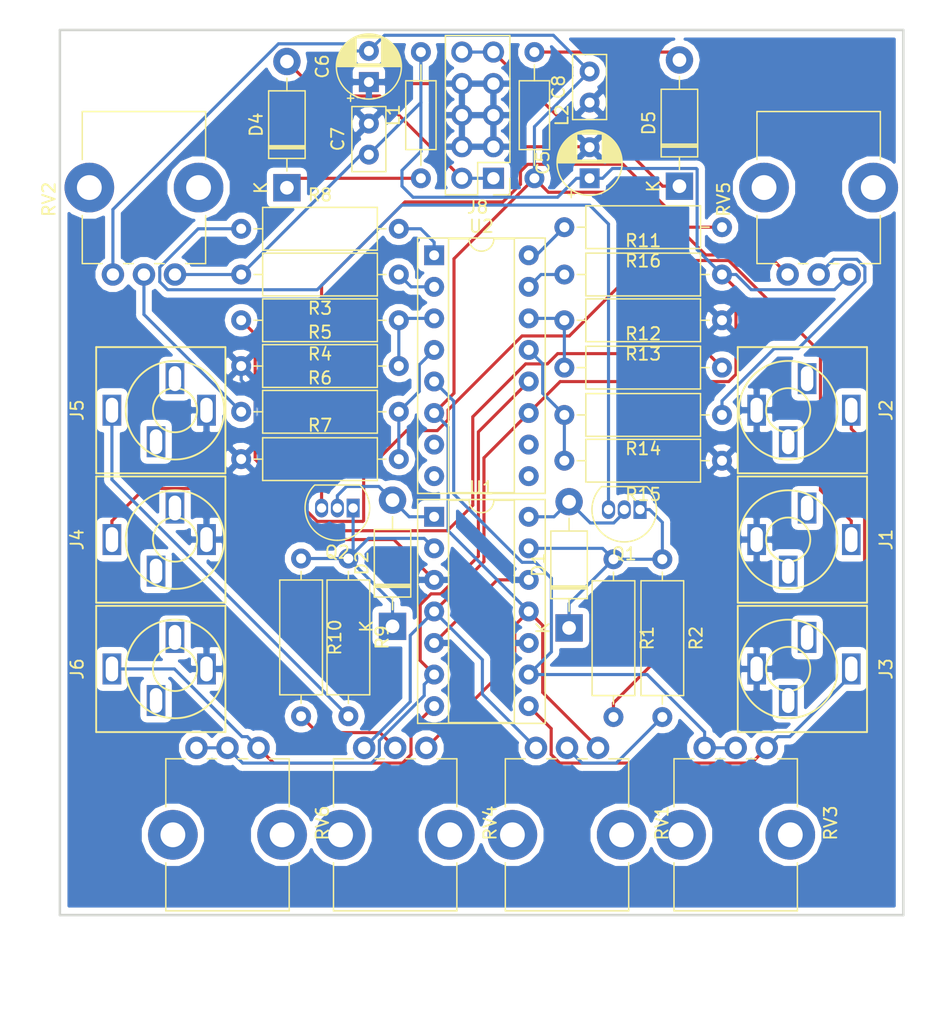
<source format=kicad_pcb>
(kicad_pcb (version 20171130) (host pcbnew "(5.0.2)-1")
  (layers (0 F.Cu signal) (31 B.Cu signal) (34 B.Paste user) (35 F.Paste user) (36 B.SilkS user) (37 F.SilkS user) (38 B.Mask user) (39 F.Mask user) (44 Edge.Cuts user))
  (net 0 "")
  (net 1 GND)
  (net 2 "Net-(D1-Pad2)")
  (net 3 "Net-(D1-Pad1)")
  (net 4 "Net-(D2-Pad1)")
  (net 5 "Net-(D2-Pad2)")
  (net 6 "Net-(J1-PadG)")
  (net 7 "Net-(J1-PadR)")
  (net 8 "Net-(J1-PadT)")
  (net 9 "Net-(J2-PadT)")
  (net 10 "Net-(J2-PadR)")
  (net 11 "Net-(J2-PadG)")
  (net 12 "Net-(J3-PadT)")
  (net 13 "Net-(J3-PadR)")
  (net 14 "Net-(J3-PadG)")
  (net 15 "Net-(J4-PadG)")
  (net 16 "Net-(J4-PadR)")
  (net 17 "Net-(J4-PadT)")
  (net 18 "Net-(J5-PadG)")
  (net 19 "Net-(J5-PadR)")
  (net 20 "Net-(J5-PadT)")
  (net 21 "Net-(J6-PadT)")
  (net 22 "Net-(J6-PadR)")
  (net 23 "Net-(J6-PadG)")
  (net 24 "Net-(Q1-Pad3)")
  (net 25 "Net-(Q2-Pad3)")
  (net 26 "Net-(R2-Pad2)")
  (net 27 "Net-(R3-Pad1)")
  (net 28 "Net-(R4-Pad1)")
  (net 29 "Net-(R6-Pad1)")
  (net 30 "Net-(R6-Pad2)")
  (net 31 "Net-(R8-Pad2)")
  (net 32 "Net-(R10-Pad2)")
  (net 33 "Net-(R11-Pad1)")
  (net 34 "Net-(R12-Pad1)")
  (net 35 "Net-(R14-Pad2)")
  (net 36 "Net-(R14-Pad1)")
  (net 37 "Net-(R16-Pad2)")
  (net 38 "Net-(RV3-Pad1)")
  (net 39 "Net-(RV6-Pad1)")
  (net 40 12V_)
  (net 41 -12V_)
  (net 42 12VC)
  (net 43 -12VC)
  (net 44 /EURORACKPIN/12Vto5V)
  (net 45 "Net-(D5-Pad2)")
  (module Potentiometer_THT:Potentiometer_Bourns_PTV09A-1_Single_Vertical (layer F.Cu) (at 68.66 93.599 270)
    (fp_text reference RV6 (at 6.05 -10.15 270) (layer F.SilkS))
    (fp_text value 60K)
    (pad 3 thru_hole circle (at 0 -5 270) (size 1.8 1.8) (drill 1) (layers *.Cu *.Mask) (net 21 "Net-(J6-PadT)"))
    (pad 2 thru_hole circle (at 0 -2.5 270) (size 1.8 1.8) (drill 1) (layers *.Cu *.Mask) (net 39 "Net-(RV6-Pad1)"))
    (pad 1 thru_hole circle (at 0 0 270) (size 1.8 1.8) (drill 1) (layers *.Cu *.Mask) (net 39 "Net-(RV6-Pad1)"))
    (pad "" np_thru_hole circle (at 7 -6.9 270) (size 4 4) (drill 2) (layers *.Cu *.Mask))
    (pad "" np_thru_hole circle (at 7 1.9 270) (size 4 4) (drill 2) (layers *.Cu *.Mask))
  )
  (module Potentiometer_THT:Potentiometer_Bourns_PTV09A-1_Single_Vertical (layer F.Cu) (at 109.601 93.599 270)
    (fp_text reference RV3 (at 6.05 -10.15 270) (layer F.SilkS))
    (fp_text value 60K)
    (pad 3 thru_hole circle (at 0 -5 270) (size 1.8 1.8) (drill 1) (layers *.Cu *.Mask) (net 12 "Net-(J3-PadT)"))
    (pad 2 thru_hole circle (at 0 -2.5 270) (size 1.8 1.8) (drill 1) (layers *.Cu *.Mask) (net 38 "Net-(RV3-Pad1)"))
    (pad 1 thru_hole circle (at 0 0 270) (size 1.8 1.8) (drill 1) (layers *.Cu *.Mask) (net 38 "Net-(RV3-Pad1)"))
    (pad "" np_thru_hole circle (at 7 -6.9 270) (size 4 4) (drill 2) (layers *.Cu *.Mask))
    (pad "" np_thru_hole circle (at 7 1.9 270) (size 4 4) (drill 2) (layers *.Cu *.Mask))
  )
  (module synth:jack_audio (layer F.Cu) (at 116.332 76.835 270)
    (fp_text reference J1 (at 0 -7.882 270) (layer F.SilkS))
    (fp_text value IN1)
    (pad S thru_hole rect (at 0 2.54 270) (size 2.5 1.5) (drill oval 2 1) (layers *.Cu *.Mask) (net 1 GND))
    (pad G thru_hole rect (at -2.54 -1.524 270) (size 2.5 1.5) (drill oval 2 1) (layers *.Cu *.Mask) (net 6 "Net-(J1-PadG)"))
    (pad R thru_hole rect (at 2.54 0 270) (size 2.5 1.5) (drill oval 2 1) (layers *.Cu *.Mask) (net 7 "Net-(J1-PadR)"))
    (pad T thru_hole rect (at 0 -5.08 270) (size 2.5 1.5) (drill oval 2 1) (layers *.Cu *.Mask) (net 8 "Net-(J1-PadT)"))
  )
  (module synth:jack_audio (layer F.Cu) (at 116.332 66.421 270)
    (fp_text reference J2 (at 0 -7.882 270) (layer F.SilkS))
    (fp_text value VC1)
    (pad T thru_hole rect (at 0 -5.08 270) (size 2.5 1.5) (drill oval 2 1) (layers *.Cu *.Mask) (net 9 "Net-(J2-PadT)"))
    (pad R thru_hole rect (at 2.54 0 270) (size 2.5 1.5) (drill oval 2 1) (layers *.Cu *.Mask) (net 10 "Net-(J2-PadR)"))
    (pad G thru_hole rect (at -2.54 -1.524 270) (size 2.5 1.5) (drill oval 2 1) (layers *.Cu *.Mask) (net 11 "Net-(J2-PadG)"))
    (pad S thru_hole rect (at 0 2.54 270) (size 2.5 1.5) (drill oval 2 1) (layers *.Cu *.Mask) (net 1 GND))
  )
  (module Capacitor_THT:CP_Radial_D5.0mm_P2.50mm (layer F.Cu) (at 100.33 47.752 90)
    (fp_text reference C5 (at 1.25 -3.75 90) (layer F.SilkS))
    (fp_text value 10uF)
    (pad 1 thru_hole rect (at 0 0 90) (size 1.6 1.6) (drill 0.8) (layers *.Cu *.Mask) (net 40 12V_))
    (pad 2 thru_hole circle (at 2.5 0 90) (size 1.6 1.6) (drill 0.8) (layers *.Cu *.Mask) (net 1 GND))
  )
  (module Capacitor_THT:CP_Radial_D5.0mm_P2.50mm (layer F.Cu) (at 82.55 40.005 90)
    (fp_text reference C6 (at 1.25 -3.75 90) (layer F.SilkS))
    (fp_text value 10uF)
    (pad 2 thru_hole circle (at 2.5 0 90) (size 1.6 1.6) (drill 0.8) (layers *.Cu *.Mask) (net 41 -12V_))
    (pad 1 thru_hole rect (at 0 0 90) (size 1.6 1.6) (drill 0.8) (layers *.Cu *.Mask) (net 1 GND))
  )
  (module Capacitor_THT:C_Disc_D5.0mm_W2.5mm_P2.50mm (layer F.Cu) (at 82.55 45.847 90)
    (fp_text reference C7 (at 1.25 -2.5 90) (layer F.SilkS))
    (fp_text value 100nF)
    (pad 1 thru_hole circle (at 0 0 90) (size 1.6 1.6) (drill 0.8) (layers *.Cu *.Mask) (net 40 12V_))
    (pad 2 thru_hole circle (at 2.5 0 90) (size 1.6 1.6) (drill 0.8) (layers *.Cu *.Mask) (net 1 GND))
  )
  (module Capacitor_THT:C_Disc_D5.0mm_W2.5mm_P2.50mm (layer F.Cu) (at 100.33 41.656 90)
    (fp_text reference C8 (at 1.25 -2.5 90) (layer F.SilkS))
    (fp_text value 100nF)
    (pad 2 thru_hole circle (at 2.5 0 90) (size 1.6 1.6) (drill 0.8) (layers *.Cu *.Mask) (net 41 -12V_))
    (pad 1 thru_hole circle (at 0 0 90) (size 1.6 1.6) (drill 0.8) (layers *.Cu *.Mask) (net 1 GND))
  )
  (module Diode_THT:D_DO-41_SOD81_P10.16mm_Horizontal (layer F.Cu) (at 98.679 83.947 90)
    (fp_text reference D1 (at 5.08 -2.47 90) (layer F.SilkS))
    (fp_text value 1N4006)
    (fp_text user K (at 0 -2.1 90) (layer F.SilkS))
    (pad 2 thru_hole oval (at 10.16 0 90) (size 2.2 2.2) (drill 1.1) (layers *.Cu *.Mask) (net 2 "Net-(D1-Pad2)"))
    (pad 1 thru_hole rect (at 0 0 90) (size 2.2 2.2) (drill 1.1) (layers *.Cu *.Mask) (net 3 "Net-(D1-Pad1)"))
  )
  (module Diode_THT:D_DO-41_SOD81_P10.16mm_Horizontal (layer F.Cu) (at 84.455 83.82 90)
    (fp_text reference D2 (at 5.08 -2.47 90) (layer F.SilkS))
    (fp_text value 1N4006)
    (fp_text user K (at 0 -2.1 90) (layer F.SilkS))
    (pad 1 thru_hole rect (at 0 0 90) (size 2.2 2.2) (drill 1.1) (layers *.Cu *.Mask) (net 4 "Net-(D2-Pad1)"))
    (pad 2 thru_hole oval (at 10.16 0 90) (size 2.2 2.2) (drill 1.1) (layers *.Cu *.Mask) (net 5 "Net-(D2-Pad2)"))
  )
  (module Diode_THT:D_DO-41_SOD81_P10.16mm_Horizontal (layer F.Cu) (at 75.946 48.514 90)
    (fp_text reference D4 (at 5.08 -2.47 90) (layer F.SilkS))
    (fp_text value 1N4007)
    (fp_text user K (at 0 -2.1 90) (layer F.SilkS))
    (pad 1 thru_hole rect (at 0 0 90) (size 2.2 2.2) (drill 1.1) (layers *.Cu *.Mask) (net 44 /EURORACKPIN/12Vto5V))
    (pad 2 thru_hole oval (at 10.16 0 90) (size 2.2 2.2) (drill 1.1) (layers *.Cu *.Mask) (net 42 12VC))
  )
  (module Diode_THT:D_DO-41_SOD81_P10.16mm_Horizontal (layer F.Cu) (at 107.569 48.387 90)
    (fp_text reference D5 (at 5.08 -2.47 90) (layer F.SilkS))
    (fp_text value 1N4007)
    (fp_text user K (at 0 -2.1 90) (layer F.SilkS))
    (pad 2 thru_hole oval (at 10.16 0 90) (size 2.2 2.2) (drill 1.1) (layers *.Cu *.Mask) (net 45 "Net-(D5-Pad2)"))
    (pad 1 thru_hole rect (at 0 0 90) (size 2.2 2.2) (drill 1.1) (layers *.Cu *.Mask) (net 43 -12VC))
  )
  (module synth:jack_audio (layer F.Cu) (at 116.332 87.249 270)
    (fp_text reference J3 (at 0 -7.882 270) (layer F.SilkS))
    (fp_text value OUT1)
    (pad T thru_hole rect (at 0 -5.08 270) (size 2.5 1.5) (drill oval 2 1) (layers *.Cu *.Mask) (net 12 "Net-(J3-PadT)"))
    (pad R thru_hole rect (at 2.54 0 270) (size 2.5 1.5) (drill oval 2 1) (layers *.Cu *.Mask) (net 13 "Net-(J3-PadR)"))
    (pad G thru_hole rect (at -2.54 -1.524 270) (size 2.5 1.5) (drill oval 2 1) (layers *.Cu *.Mask) (net 14 "Net-(J3-PadG)"))
    (pad S thru_hole rect (at 0 2.54 270) (size 2.5 1.5) (drill oval 2 1) (layers *.Cu *.Mask) (net 1 GND))
  )
  (module synth:jack_audio (layer F.Cu) (at 66.929 76.835 90)
    (fp_text reference J4 (at 0 -7.882 90) (layer F.SilkS))
    (fp_text value IN2)
    (pad S thru_hole rect (at 0 2.54 90) (size 2.5 1.5) (drill oval 2 1) (layers *.Cu *.Mask) (net 1 GND))
    (pad G thru_hole rect (at -2.54 -1.524 90) (size 2.5 1.5) (drill oval 2 1) (layers *.Cu *.Mask) (net 15 "Net-(J4-PadG)"))
    (pad R thru_hole rect (at 2.54 0 90) (size 2.5 1.5) (drill oval 2 1) (layers *.Cu *.Mask) (net 16 "Net-(J4-PadR)"))
    (pad T thru_hole rect (at 0 -5.08 90) (size 2.5 1.5) (drill oval 2 1) (layers *.Cu *.Mask) (net 17 "Net-(J4-PadT)"))
  )
  (module synth:jack_audio (layer F.Cu) (at 66.929 66.421 90)
    (fp_text reference J5 (at 0 -7.882 90) (layer F.SilkS))
    (fp_text value VC2)
    (pad S thru_hole rect (at 0 2.54 90) (size 2.5 1.5) (drill oval 2 1) (layers *.Cu *.Mask) (net 1 GND))
    (pad G thru_hole rect (at -2.54 -1.524 90) (size 2.5 1.5) (drill oval 2 1) (layers *.Cu *.Mask) (net 18 "Net-(J5-PadG)"))
    (pad R thru_hole rect (at 2.54 0 90) (size 2.5 1.5) (drill oval 2 1) (layers *.Cu *.Mask) (net 19 "Net-(J5-PadR)"))
    (pad T thru_hole rect (at 0 -5.08 90) (size 2.5 1.5) (drill oval 2 1) (layers *.Cu *.Mask) (net 20 "Net-(J5-PadT)"))
  )
  (module synth:jack_audio (layer F.Cu) (at 66.929 87.249 90)
    (fp_text reference J6 (at 0 -7.882 90) (layer F.SilkS))
    (fp_text value OUT2)
    (pad T thru_hole rect (at 0 -5.08 90) (size 2.5 1.5) (drill oval 2 1) (layers *.Cu *.Mask) (net 21 "Net-(J6-PadT)"))
    (pad R thru_hole rect (at 2.54 0 90) (size 2.5 1.5) (drill oval 2 1) (layers *.Cu *.Mask) (net 22 "Net-(J6-PadR)"))
    (pad G thru_hole rect (at -2.54 -1.524 90) (size 2.5 1.5) (drill oval 2 1) (layers *.Cu *.Mask) (net 23 "Net-(J6-PadG)"))
    (pad S thru_hole rect (at 0 2.54 90) (size 2.5 1.5) (drill oval 2 1) (layers *.Cu *.Mask) (net 1 GND))
  )
  (module Connector_PinHeader_2.54mm:PinHeader_2x05_P2.54mm_Vertical (layer F.Cu) (at 92.583 47.752 180)
    (fp_text reference J8 (at 1.27 -2.33 180) (layer F.SilkS))
    (fp_text value Conn_02x05_Odd_Even)
    (pad 1 thru_hole rect (at 0 0 180) (size 1.7 1.7) (drill 1) (layers *.Cu *.Mask) (net 42 12VC))
    (pad 2 thru_hole oval (at 2.54 0 180) (size 1.7 1.7) (drill 1) (layers *.Cu *.Mask) (net 42 12VC))
    (pad 3 thru_hole oval (at 0 2.54 180) (size 1.7 1.7) (drill 1) (layers *.Cu *.Mask) (net 1 GND))
    (pad 4 thru_hole oval (at 2.54 2.54 180) (size 1.7 1.7) (drill 1) (layers *.Cu *.Mask) (net 1 GND))
    (pad 5 thru_hole oval (at 0 5.08 180) (size 1.7 1.7) (drill 1) (layers *.Cu *.Mask) (net 1 GND))
    (pad 6 thru_hole oval (at 2.54 5.08 180) (size 1.7 1.7) (drill 1) (layers *.Cu *.Mask) (net 1 GND))
    (pad 7 thru_hole oval (at 0 7.62 180) (size 1.7 1.7) (drill 1) (layers *.Cu *.Mask) (net 1 GND))
    (pad 8 thru_hole oval (at 2.54 7.62 180) (size 1.7 1.7) (drill 1) (layers *.Cu *.Mask) (net 1 GND))
    (pad 9 thru_hole oval (at 0 10.16 180) (size 1.7 1.7) (drill 1) (layers *.Cu *.Mask) (net 43 -12VC))
    (pad 10 thru_hole oval (at 2.54 10.16 180) (size 1.7 1.7) (drill 1) (layers *.Cu *.Mask) (net 43 -12VC))
  )
  (module Inductor_THT:L_Axial_L5.3mm_D2.2mm_P10.16mm_Horizontal_Vishay_IM-1 (layer F.Cu) (at 86.741 47.752 90)
    (fp_text reference L1 (at 5.08 -2.22 90) (layer F.SilkS))
    (fp_text value 22uH)
    (pad 1 thru_hole circle (at 0 0 90) (size 1.6 1.6) (drill 0.8) (layers *.Cu *.Mask) (net 44 /EURORACKPIN/12Vto5V))
    (pad 2 thru_hole oval (at 10.16 0 90) (size 1.6 1.6) (drill 0.8) (layers *.Cu *.Mask) (net 40 12V_))
  )
  (module Inductor_THT:L_Axial_L5.3mm_D2.2mm_P10.16mm_Horizontal_Vishay_IM-1 (layer F.Cu) (at 95.885 37.592 270)
    (fp_text reference L2 (at 5.08 -2.22 270) (layer F.SilkS))
    (fp_text value 22uH)
    (pad 2 thru_hole oval (at 10.16 0 270) (size 1.6 1.6) (drill 0.8) (layers *.Cu *.Mask) (net 41 -12V_))
    (pad 1 thru_hole circle (at 0 0 270) (size 1.6 1.6) (drill 0.8) (layers *.Cu *.Mask) (net 45 "Net-(D5-Pad2)"))
  )
  (module Package_TO_SOT_THT:TO-92_Inline (layer F.Cu) (at 104.394 74.422 180)
    (fp_text reference Q1 (at 1.27 -3.56 180) (layer F.SilkS))
    (fp_text value 2N3906)
    (pad 2 thru_hole oval (at 1.27 0 180) (size 1.05 1.5) (drill 0.75) (layers *.Cu *.Mask) (net 2 "Net-(D1-Pad2)"))
    (pad 3 thru_hole oval (at 2.54 0 180) (size 1.05 1.5) (drill 0.75) (layers *.Cu *.Mask) (net 24 "Net-(Q1-Pad3)"))
    (pad 1 thru_hole rect (at 0 0 180) (size 1.05 1.5) (drill 0.75) (layers *.Cu *.Mask) (net 3 "Net-(D1-Pad1)"))
  )
  (module Package_TO_SOT_THT:TO-92_Inline (layer F.Cu) (at 81.28 74.295 180)
    (fp_text reference Q2 (at 1.27 -3.56 180) (layer F.SilkS))
    (fp_text value 2N3906)
    (pad 1 thru_hole rect (at 0 0 180) (size 1.05 1.5) (drill 0.75) (layers *.Cu *.Mask) (net 4 "Net-(D2-Pad1)"))
    (pad 3 thru_hole oval (at 2.54 0 180) (size 1.05 1.5) (drill 0.75) (layers *.Cu *.Mask) (net 25 "Net-(Q2-Pad3)"))
    (pad 2 thru_hole oval (at 1.27 0 180) (size 1.05 1.5) (drill 0.75) (layers *.Cu *.Mask) (net 5 "Net-(D2-Pad2)"))
  )
  (module Resistor_THT:R_Axial_DIN0309_L9.0mm_D3.2mm_P12.70mm_Horizontal (layer F.Cu) (at 102.254772 78.418773 270)
    (fp_text reference R1 (at 6.35 -2.72 270) (layer F.SilkS))
    (fp_text value 22K)
    (pad 1 thru_hole circle (at 0 0 270) (size 1.6 1.6) (drill 0.8) (layers *.Cu *.Mask) (net 3 "Net-(D1-Pad1)"))
    (pad 2 thru_hole oval (at 12.7 0 270) (size 1.6 1.6) (drill 0.8) (layers *.Cu *.Mask) (net 9 "Net-(J2-PadT)"))
  )
  (module Resistor_THT:R_Axial_DIN0309_L9.0mm_D3.2mm_P12.70mm_Horizontal (layer F.Cu) (at 106.191772 78.418773 270)
    (fp_text reference R2 (at 6.35 -2.72 270) (layer F.SilkS))
    (fp_text value 10K)
    (pad 2 thru_hole oval (at 12.7 0 270) (size 1.6 1.6) (drill 0.8) (layers *.Cu *.Mask) (net 26 "Net-(R2-Pad2)"))
    (pad 1 thru_hole circle (at 0 0 270) (size 1.6 1.6) (drill 0.8) (layers *.Cu *.Mask) (net 3 "Net-(D1-Pad1)"))
  )
  (module Resistor_THT:R_Axial_DIN0309_L9.0mm_D3.2mm_P12.70mm_Horizontal (layer F.Cu) (at 84.963 55.499 180)
    (fp_text reference R3 (at 6.35 -2.72 180) (layer F.SilkS))
    (fp_text value 15K)
    (pad 1 thru_hole circle (at 0 0 180) (size 1.6 1.6) (drill 0.8) (layers *.Cu *.Mask) (net 27 "Net-(R3-Pad1)"))
    (pad 2 thru_hole oval (at 12.7 0 180) (size 1.6 1.6) (drill 0.8) (layers *.Cu *.Mask) (net 40 12V_))
  )
  (module Resistor_THT:R_Axial_DIN0309_L9.0mm_D3.2mm_P12.70mm_Horizontal (layer F.Cu) (at 84.963 59.182 180)
    (fp_text reference R4 (at 6.35 -2.72 180) (layer F.SilkS))
    (fp_text value 100K)
    (pad 2 thru_hole oval (at 12.7 0 180) (size 1.6 1.6) (drill 0.8) (layers *.Cu *.Mask) (net 8 "Net-(J1-PadT)"))
    (pad 1 thru_hole circle (at 0 0 180) (size 1.6 1.6) (drill 0.8) (layers *.Cu *.Mask) (net 28 "Net-(R4-Pad1)"))
  )
  (module Resistor_THT:R_Axial_DIN0309_L9.0mm_D3.2mm_P12.70mm_Horizontal (layer F.Cu) (at 72.263 62.865)
    (fp_text reference R5 (at 6.35 -2.72) (layer F.SilkS))
    (fp_text value 10K)
    (pad 1 thru_hole circle (at 0 0) (size 1.6 1.6) (drill 0.8) (layers *.Cu *.Mask) (net 1 GND))
    (pad 2 thru_hole oval (at 12.7 0) (size 1.6 1.6) (drill 0.8) (layers *.Cu *.Mask) (net 28 "Net-(R4-Pad1)"))
  )
  (module Resistor_THT:R_Axial_DIN0309_L9.0mm_D3.2mm_P12.70mm_Horizontal (layer F.Cu) (at 72.263 66.548)
    (fp_text reference R6 (at 6.35 -2.72) (layer F.SilkS))
    (fp_text value 1M)
    (pad 1 thru_hole circle (at 0 0) (size 1.6 1.6) (drill 0.8) (layers *.Cu *.Mask) (net 29 "Net-(R6-Pad1)"))
    (pad 2 thru_hole oval (at 12.7 0) (size 1.6 1.6) (drill 0.8) (layers *.Cu *.Mask) (net 30 "Net-(R6-Pad2)"))
  )
  (module Resistor_THT:R_Axial_DIN0309_L9.0mm_D3.2mm_P12.70mm_Horizontal (layer F.Cu) (at 72.263 70.358)
    (fp_text reference R7 (at 6.35 -2.72) (layer F.SilkS))
    (fp_text value 10K)
    (pad 1 thru_hole circle (at 0 0) (size 1.6 1.6) (drill 0.8) (layers *.Cu *.Mask) (net 1 GND))
    (pad 2 thru_hole oval (at 12.7 0) (size 1.6 1.6) (drill 0.8) (layers *.Cu *.Mask) (net 30 "Net-(R6-Pad2)"))
  )
  (module Resistor_THT:R_Axial_DIN0309_L9.0mm_D3.2mm_P12.70mm_Horizontal (layer F.Cu) (at 72.263 51.816)
    (fp_text reference R8 (at 6.35 -2.72) (layer F.SilkS))
    (fp_text value 10K)
    (pad 2 thru_hole oval (at 12.7 0) (size 1.6 1.6) (drill 0.8) (layers *.Cu *.Mask) (net 31 "Net-(R8-Pad2)"))
    (pad 1 thru_hole circle (at 0 0) (size 1.6 1.6) (drill 0.8) (layers *.Cu *.Mask) (net 24 "Net-(Q1-Pad3)"))
  )
  (module Resistor_THT:R_Axial_DIN0309_L9.0mm_D3.2mm_P12.70mm_Horizontal (layer F.Cu) (at 80.899 78.359 270)
    (fp_text reference R9 (at 6.35 -2.72 270) (layer F.SilkS))
    (fp_text value 22K)
    (pad 2 thru_hole oval (at 12.7 0 270) (size 1.6 1.6) (drill 0.8) (layers *.Cu *.Mask) (net 20 "Net-(J5-PadT)"))
    (pad 1 thru_hole circle (at 0 0 270) (size 1.6 1.6) (drill 0.8) (layers *.Cu *.Mask) (net 4 "Net-(D2-Pad1)"))
  )
  (module Resistor_THT:R_Axial_DIN0309_L9.0mm_D3.2mm_P12.70mm_Horizontal (layer F.Cu) (at 77.089 78.359 270)
    (fp_text reference R10 (at 6.35 -2.72 270) (layer F.SilkS))
    (fp_text value 10K)
    (pad 1 thru_hole circle (at 0 0 270) (size 1.6 1.6) (drill 0.8) (layers *.Cu *.Mask) (net 4 "Net-(D2-Pad1)"))
    (pad 2 thru_hole oval (at 12.7 0 270) (size 1.6 1.6) (drill 0.8) (layers *.Cu *.Mask) (net 32 "Net-(R10-Pad2)"))
  )
  (module Resistor_THT:R_Axial_DIN0309_L9.0mm_D3.2mm_P12.70mm_Horizontal (layer F.Cu) (at 98.298 55.499)
    (fp_text reference R11 (at 6.35 -2.72) (layer F.SilkS))
    (fp_text value 15K)
    (pad 2 thru_hole oval (at 12.7 0) (size 1.6 1.6) (drill 0.8) (layers *.Cu *.Mask) (net 40 12V_))
    (pad 1 thru_hole circle (at 0 0) (size 1.6 1.6) (drill 0.8) (layers *.Cu *.Mask) (net 33 "Net-(R11-Pad1)"))
  )
  (module Resistor_THT:R_Axial_DIN0309_L9.0mm_D3.2mm_P12.70mm_Horizontal (layer F.Cu) (at 98.298 62.992)
    (fp_text reference R12 (at 6.35 -2.72) (layer F.SilkS))
    (fp_text value 100K)
    (pad 1 thru_hole circle (at 0 0) (size 1.6 1.6) (drill 0.8) (layers *.Cu *.Mask) (net 34 "Net-(R12-Pad1)"))
    (pad 2 thru_hole oval (at 12.7 0) (size 1.6 1.6) (drill 0.8) (layers *.Cu *.Mask) (net 17 "Net-(J4-PadT)"))
  )
  (module Resistor_THT:R_Axial_DIN0309_L9.0mm_D3.2mm_P12.70mm_Horizontal (layer F.Cu) (at 110.998 59.182 180)
    (fp_text reference R13 (at 6.35 -2.72 180) (layer F.SilkS))
    (fp_text value 10K)
    (pad 2 thru_hole oval (at 12.7 0 180) (size 1.6 1.6) (drill 0.8) (layers *.Cu *.Mask) (net 34 "Net-(R12-Pad1)"))
    (pad 1 thru_hole circle (at 0 0 180) (size 1.6 1.6) (drill 0.8) (layers *.Cu *.Mask) (net 1 GND))
  )
  (module Resistor_THT:R_Axial_DIN0309_L9.0mm_D3.2mm_P12.70mm_Horizontal (layer F.Cu) (at 110.998 66.802 180)
    (fp_text reference R14 (at 6.35 -2.72 180) (layer F.SilkS))
    (fp_text value 1M)
    (pad 2 thru_hole oval (at 12.7 0 180) (size 1.6 1.6) (drill 0.8) (layers *.Cu *.Mask) (net 35 "Net-(R14-Pad2)"))
    (pad 1 thru_hole circle (at 0 0 180) (size 1.6 1.6) (drill 0.8) (layers *.Cu *.Mask) (net 36 "Net-(R14-Pad1)"))
  )
  (module Resistor_THT:R_Axial_DIN0309_L9.0mm_D3.2mm_P12.70mm_Horizontal (layer F.Cu) (at 110.998 70.485 180)
    (fp_text reference R15 (at 6.35 -2.72 180) (layer F.SilkS))
    (fp_text value 10K)
    (pad 1 thru_hole circle (at 0 0 180) (size 1.6 1.6) (drill 0.8) (layers *.Cu *.Mask) (net 1 GND))
    (pad 2 thru_hole oval (at 12.7 0 180) (size 1.6 1.6) (drill 0.8) (layers *.Cu *.Mask) (net 35 "Net-(R14-Pad2)"))
  )
  (module Resistor_THT:R_Axial_DIN0309_L9.0mm_D3.2mm_P12.70mm_Horizontal (layer F.Cu) (at 110.998 51.689 180)
    (fp_text reference R16 (at 6.35 -2.72 180) (layer F.SilkS))
    (fp_text value 10K)
    (pad 2 thru_hole oval (at 12.7 0 180) (size 1.6 1.6) (drill 0.8) (layers *.Cu *.Mask) (net 37 "Net-(R16-Pad2)"))
    (pad 1 thru_hole circle (at 0 0 180) (size 1.6 1.6) (drill 0.8) (layers *.Cu *.Mask) (net 25 "Net-(Q2-Pad3)"))
  )
  (module Potentiometer_THT:Potentiometer_Bourns_PTV09A-1_Single_Vertical (layer F.Cu) (at 96.012 93.599 270)
    (fp_text reference RV1 (at 6.05 -10.15 270) (layer F.SilkS))
    (fp_text value 10K)
    (pad "" np_thru_hole circle (at 7 1.9 270) (size 4 4) (drill 2) (layers *.Cu *.Mask))
    (pad "" np_thru_hole circle (at 7 -6.9 270) (size 4 4) (drill 2) (layers *.Cu *.Mask))
    (pad 1 thru_hole circle (at 0 0 270) (size 1.8 1.8) (drill 1) (layers *.Cu *.Mask) (net 40 12V_))
    (pad 2 thru_hole circle (at 0 -2.5 270) (size 1.8 1.8) (drill 1) (layers *.Cu *.Mask) (net 26 "Net-(R2-Pad2)"))
    (pad 3 thru_hole circle (at 0 -5 270) (size 1.8 1.8) (drill 1) (layers *.Cu *.Mask) (net 41 -12V_))
  )
  (module Potentiometer_THT:Potentiometer_Bourns_PTV09A-1_Single_Vertical (layer F.Cu) (at 66.929 55.499 90)
    (fp_text reference RV2 (at 6.05 -10.15 90) (layer F.SilkS))
    (fp_text value 100K)
    (pad "" np_thru_hole circle (at 7 1.9 90) (size 4 4) (drill 2) (layers *.Cu *.Mask))
    (pad "" np_thru_hole circle (at 7 -6.9 90) (size 4 4) (drill 2) (layers *.Cu *.Mask))
    (pad 1 thru_hole circle (at 0 0 90) (size 1.8 1.8) (drill 1) (layers *.Cu *.Mask) (net 40 12V_))
    (pad 2 thru_hole circle (at 0 -2.5 90) (size 1.8 1.8) (drill 1) (layers *.Cu *.Mask) (net 29 "Net-(R6-Pad1)"))
    (pad 3 thru_hole circle (at 0 -5 90) (size 1.8 1.8) (drill 1) (layers *.Cu *.Mask) (net 41 -12V_))
  )
  (module Potentiometer_THT:Potentiometer_Bourns_PTV09A-1_Single_Vertical (layer F.Cu) (at 82.169 93.599 270)
    (fp_text reference RV4 (at 6.05 -10.15 270) (layer F.SilkS))
    (fp_text value 10K)
    (pad "" np_thru_hole circle (at 7 1.9 270) (size 4 4) (drill 2) (layers *.Cu *.Mask))
    (pad "" np_thru_hole circle (at 7 -6.9 270) (size 4 4) (drill 2) (layers *.Cu *.Mask))
    (pad 1 thru_hole circle (at 0 0 270) (size 1.8 1.8) (drill 1) (layers *.Cu *.Mask) (net 40 12V_))
    (pad 2 thru_hole circle (at 0 -2.5 270) (size 1.8 1.8) (drill 1) (layers *.Cu *.Mask) (net 32 "Net-(R10-Pad2)"))
    (pad 3 thru_hole circle (at 0 -5 270) (size 1.8 1.8) (drill 1) (layers *.Cu *.Mask) (net 41 -12V_))
  )
  (module Potentiometer_THT:Potentiometer_Bourns_PTV09A-1_Single_Vertical (layer F.Cu) (at 121.285 55.499 90)
    (fp_text reference RV5 (at 6.05 -10.15 90) (layer F.SilkS))
    (fp_text value 100K)
    (pad 3 thru_hole circle (at 0 -5 90) (size 1.8 1.8) (drill 1) (layers *.Cu *.Mask) (net 41 -12V_))
    (pad 2 thru_hole circle (at 0 -2.5 90) (size 1.8 1.8) (drill 1) (layers *.Cu *.Mask) (net 36 "Net-(R14-Pad1)"))
    (pad 1 thru_hole circle (at 0 0 90) (size 1.8 1.8) (drill 1) (layers *.Cu *.Mask) (net 40 12V_))
    (pad "" np_thru_hole circle (at 7 -6.9 90) (size 4 4) (drill 2) (layers *.Cu *.Mask))
    (pad "" np_thru_hole circle (at 7 1.9 90) (size 4 4) (drill 2) (layers *.Cu *.Mask))
  )
  (module Package_DIP:DIP-14_W7.62mm_Socket (layer F.Cu) (at 87.808001 74.999001)
    (fp_text reference U1 (at 3.81 -2.33) (layer F.SilkS))
    (fp_text value TL074)
    (pad 1 thru_hole rect (at 0 0) (size 1.6 1.6) (drill 0.8) (layers *.Cu *.Mask) (net 5 "Net-(D2-Pad2)"))
    (pad 8 thru_hole oval (at 7.62 15.24) (size 1.6 1.6) (drill 0.8) (layers *.Cu *.Mask) (net 12 "Net-(J3-PadT)"))
    (pad 2 thru_hole oval (at 0 2.54) (size 1.6 1.6) (drill 0.8) (layers *.Cu *.Mask) (net 4 "Net-(D2-Pad1)"))
    (pad 9 thru_hole oval (at 7.62 12.7) (size 1.6 1.6) (drill 0.8) (layers *.Cu *.Mask) (net 38 "Net-(RV3-Pad1)"))
    (pad 3 thru_hole oval (at 0 5.08) (size 1.6 1.6) (drill 0.8) (layers *.Cu *.Mask) (net 1 GND))
    (pad 10 thru_hole oval (at 7.62 10.16) (size 1.6 1.6) (drill 0.8) (layers *.Cu *.Mask) (net 1 GND))
    (pad 4 thru_hole oval (at 0 7.62) (size 1.6 1.6) (drill 0.8) (layers *.Cu *.Mask) (net 40 12V_))
    (pad 11 thru_hole oval (at 7.62 7.62) (size 1.6 1.6) (drill 0.8) (layers *.Cu *.Mask) (net 41 -12V_))
    (pad 5 thru_hole oval (at 0 10.16) (size 1.6 1.6) (drill 0.8) (layers *.Cu *.Mask) (net 1 GND))
    (pad 12 thru_hole oval (at 7.62 5.08) (size 1.6 1.6) (drill 0.8) (layers *.Cu *.Mask) (net 1 GND))
    (pad 6 thru_hole oval (at 0 12.7) (size 1.6 1.6) (drill 0.8) (layers *.Cu *.Mask) (net 39 "Net-(RV6-Pad1)"))
    (pad 13 thru_hole oval (at 7.62 2.54) (size 1.6 1.6) (drill 0.8) (layers *.Cu *.Mask) (net 3 "Net-(D1-Pad1)"))
    (pad 7 thru_hole oval (at 0 15.24) (size 1.6 1.6) (drill 0.8) (layers *.Cu *.Mask) (net 21 "Net-(J6-PadT)"))
    (pad 14 thru_hole oval (at 7.62 0) (size 1.6 1.6) (drill 0.8) (layers *.Cu *.Mask) (net 2 "Net-(D1-Pad2)"))
  )
  (module Package_DIP:DIP-16_W7.62mm_Socket (layer F.Cu) (at 87.808001 53.949001)
    (fp_text reference U2 (at 3.81 -2.33) (layer F.SilkS))
    (fp_text value LM13600)
    (pad 1 thru_hole rect (at 0 0) (size 1.6 1.6) (drill 0.8) (layers *.Cu *.Mask) (net 31 "Net-(R8-Pad2)"))
    (pad 9 thru_hole oval (at 7.62 17.78) (size 1.6 1.6) (drill 0.8) (layers *.Cu *.Mask))
    (pad 2 thru_hole oval (at 0 2.54) (size 1.6 1.6) (drill 0.8) (layers *.Cu *.Mask) (net 27 "Net-(R3-Pad1)"))
    (pad 10 thru_hole oval (at 7.62 15.24) (size 1.6 1.6) (drill 0.8) (layers *.Cu *.Mask))
    (pad 3 thru_hole oval (at 0 5.08) (size 1.6 1.6) (drill 0.8) (layers *.Cu *.Mask) (net 28 "Net-(R4-Pad1)"))
    (pad 11 thru_hole oval (at 7.62 12.7) (size 1.6 1.6) (drill 0.8) (layers *.Cu *.Mask) (net 40 12V_))
    (pad 4 thru_hole oval (at 0 7.62) (size 1.6 1.6) (drill 0.8) (layers *.Cu *.Mask) (net 30 "Net-(R6-Pad2)"))
    (pad 12 thru_hole oval (at 7.62 10.16) (size 1.6 1.6) (drill 0.8) (layers *.Cu *.Mask) (net 39 "Net-(RV6-Pad1)"))
    (pad 5 thru_hole oval (at 0 10.16) (size 1.6 1.6) (drill 0.8) (layers *.Cu *.Mask) (net 38 "Net-(RV3-Pad1)"))
    (pad 13 thru_hole oval (at 7.62 7.62) (size 1.6 1.6) (drill 0.8) (layers *.Cu *.Mask) (net 35 "Net-(R14-Pad2)"))
    (pad 6 thru_hole oval (at 0 12.7) (size 1.6 1.6) (drill 0.8) (layers *.Cu *.Mask) (net 41 -12V_))
    (pad 14 thru_hole oval (at 7.62 5.08) (size 1.6 1.6) (drill 0.8) (layers *.Cu *.Mask) (net 34 "Net-(R12-Pad1)"))
    (pad 7 thru_hole oval (at 0 15.24) (size 1.6 1.6) (drill 0.8) (layers *.Cu *.Mask))
    (pad 15 thru_hole oval (at 7.62 2.54) (size 1.6 1.6) (drill 0.8) (layers *.Cu *.Mask) (net 33 "Net-(R11-Pad1)"))
    (pad 8 thru_hole oval (at 0 17.78) (size 1.6 1.6) (drill 0.8) (layers *.Cu *.Mask))
    (pad 16 thru_hole oval (at 7.62 0) (size 1.6 1.6) (drill 0.8) (layers *.Cu *.Mask) (net 37 "Net-(R16-Pad2)"))
  )
  (gr_line (start 57.658 107.061) (end 125.603 107.061) (layer Edge.Cuts) (width 0.2))
  (gr_line (start 125.603 35.814) (end 57.658 35.814) (layer Edge.Cuts) (width 0.2))
  (gr_line (start 125.603 107.061) (end 125.603 35.814) (layer Edge.Cuts) (width 0.2))
  (gr_line (start 57.658 35.814) (end 57.658 107.061) (layer Edge.Cuts) (width 0.2))
  (segment (start 110.998 59.182) (end 107.569 55.753) (width 0.25) (layer B.Cu) (net 1))
  (segment (start 73.388001 69.232999) (end 72.263 70.358) (width 0.25) (layer B.Cu) (net 1))
  (segment (start 73.388001 65.121371) (end 73.388001 69.232999) (width 0.25) (layer B.Cu) (net 1))
  (segment (start 72.263 63.99637) (end 73.388001 65.121371) (width 0.25) (layer B.Cu) (net 1))
  (segment (start 72.263 62.865) (end 72.263 63.99637) (width 0.25) (layer B.Cu) (net 1))
  (segment (start 100.29 45.212) (end 100.33 45.252) (width 0.25) (layer F.Cu) (net 1))
  (segment (start 92.583 45.212) (end 100.29 45.212) (width 0.25) (layer F.Cu) (net 1))
  (segment (start 84.564 76.835) (end 69.469 76.835) (width 0.25) (layer F.Cu) (net 1))
  (segment (start 87.808001 80.079001) (end 84.564 76.835) (width 0.25) (layer F.Cu) (net 1))
  (segment (start 82.677 40.132) (end 82.55 40.005) (width 0.25) (layer F.Cu) (net 1))
  (segment (start 90.043 40.132) (end 82.677 40.132) (width 0.25) (layer F.Cu) (net 1))
  (segment (start 92.888001 80.079001) (end 95.428001 80.079001) (width 0.25) (layer F.Cu) (net 1))
  (segment (start 87.808001 85.159001) (end 92.888001 80.079001) (width 0.25) (layer F.Cu) (net 1))
  (segment (start 97.466999 74.999001) (end 98.679 73.787) (width 0.25) (layer B.Cu) (net 2))
  (segment (start 95.428001 74.999001) (end 97.466999 74.999001) (width 0.25) (layer B.Cu) (net 2))
  (segment (start 103.124 74.647) (end 103.124 74.422) (width 0.25) (layer B.Cu) (net 2))
  (segment (start 102.27399 75.49701) (end 103.124 74.647) (width 0.25) (layer B.Cu) (net 2))
  (segment (start 100.38901 75.49701) (end 102.27399 75.49701) (width 0.25) (layer B.Cu) (net 2))
  (segment (start 98.679 73.787) (end 100.38901 75.49701) (width 0.25) (layer B.Cu) (net 2))
  (segment (start 105.169 74.422) (end 104.394 74.422) (width 0.25) (layer B.Cu) (net 3))
  (segment (start 106.191772 75.444772) (end 105.169 74.422) (width 0.25) (layer B.Cu) (net 3))
  (segment (start 106.191772 78.418773) (end 106.191772 75.444772) (width 0.25) (layer B.Cu) (net 3))
  (segment (start 102.254772 78.418773) (end 106.191772 78.418773) (width 0.25) (layer B.Cu) (net 3))
  (segment (start 98.679 81.994545) (end 102.254772 78.418773) (width 0.25) (layer B.Cu) (net 3))
  (segment (start 98.679 83.947) (end 98.679 81.994545) (width 0.25) (layer B.Cu) (net 3))
  (segment (start 101.375 77.539001) (end 102.254772 78.418773) (width 0.25) (layer B.Cu) (net 3))
  (segment (start 95.428001 77.539001) (end 101.375 77.539001) (width 0.25) (layer B.Cu) (net 3))
  (segment (start 82.518998 76.739002) (end 80.899 78.359) (width 0.25) (layer B.Cu) (net 4))
  (segment (start 87.008002 76.739002) (end 82.518998 76.739002) (width 0.25) (layer B.Cu) (net 4))
  (segment (start 87.808001 77.539001) (end 87.008002 76.739002) (width 0.25) (layer B.Cu) (net 4))
  (segment (start 81.28 77.978) (end 80.899 78.359) (width 0.25) (layer B.Cu) (net 4))
  (segment (start 81.28 74.295) (end 81.28 77.978) (width 0.25) (layer B.Cu) (net 4))
  (segment (start 77.089 78.359) (end 80.899 78.359) (width 0.25) (layer B.Cu) (net 4))
  (segment (start 84.455 81.915) (end 80.899 78.359) (width 0.25) (layer B.Cu) (net 4))
  (segment (start 84.455 83.82) (end 84.455 81.915) (width 0.25) (layer B.Cu) (net 4))
  (segment (start 85.794001 74.999001) (end 84.455 73.66) (width 0.25) (layer B.Cu) (net 5))
  (segment (start 87.808001 74.999001) (end 85.794001 74.999001) (width 0.25) (layer B.Cu) (net 5))
  (segment (start 83.355001 72.560001) (end 84.455 73.66) (width 0.25) (layer B.Cu) (net 5))
  (segment (start 80.744999 72.560001) (end 83.355001 72.560001) (width 0.25) (layer B.Cu) (net 5))
  (segment (start 80.01 73.295) (end 80.744999 72.560001) (width 0.25) (layer B.Cu) (net 5))
  (segment (start 80.01 74.295) (end 80.01 73.295) (width 0.25) (layer B.Cu) (net 5))
  (segment (start 73.062999 59.981999) (end 72.263 59.182) (width 0.25) (layer F.Cu) (net 8))
  (segment (start 73.388001 70.370096) (end 73.388001 60.307001) (width 0.25) (layer F.Cu) (net 8))
  (segment (start 78.387906 75.370001) (end 73.388001 70.370096) (width 0.25) (layer F.Cu) (net 8))
  (segment (start 82.065001 75.370001) (end 78.387906 75.370001) (width 0.25) (layer F.Cu) (net 8))
  (segment (start 82.130001 75.305001) (end 82.065001 75.370001) (width 0.25) (layer F.Cu) (net 8))
  (segment (start 88.058004 68.064) (end 85.591998 68.064) (width 0.25) (layer F.Cu) (net 8))
  (segment (start 82.130001 71.525997) (end 82.130001 75.305001) (width 0.25) (layer F.Cu) (net 8))
  (segment (start 88.933002 66.398998) (end 88.933002 67.189002) (width 0.25) (layer F.Cu) (net 8))
  (segment (start 94.888 60.444) (end 88.933002 66.398998) (width 0.25) (layer F.Cu) (net 8))
  (segment (start 104.771003 54.373999) (end 98.701002 60.444) (width 0.25) (layer F.Cu) (net 8))
  (segment (start 88.933002 67.189002) (end 88.058004 68.064) (width 0.25) (layer F.Cu) (net 8))
  (segment (start 111.538001 54.373999) (end 104.771003 54.373999) (width 0.25) (layer F.Cu) (net 8))
  (segment (start 73.388001 60.307001) (end 73.062999 59.981999) (width 0.25) (layer F.Cu) (net 8))
  (segment (start 118.931001 61.766999) (end 111.538001 54.373999) (width 0.25) (layer F.Cu) (net 8))
  (segment (start 98.701002 60.444) (end 94.888 60.444) (width 0.25) (layer F.Cu) (net 8))
  (segment (start 118.931001 72.854001) (end 118.931001 61.766999) (width 0.25) (layer F.Cu) (net 8))
  (segment (start 85.591998 68.064) (end 82.130001 71.525997) (width 0.25) (layer F.Cu) (net 8))
  (segment (start 121.412 75.335) (end 118.931001 72.854001) (width 0.25) (layer F.Cu) (net 8))
  (segment (start 121.412 76.835) (end 121.412 75.335) (width 0.25) (layer F.Cu) (net 8))
  (segment (start 102.254772 89.987403) (end 110.962175 81.28) (width 0.25) (layer F.Cu) (net 9))
  (segment (start 102.254772 91.118773) (end 102.254772 89.987403) (width 0.25) (layer F.Cu) (net 9))
  (segment (start 110.962175 81.28) (end 119.888 81.28) (width 0.25) (layer F.Cu) (net 9))
  (segment (start 121.412 67.921) (end 121.412 66.421) (width 0.25) (layer F.Cu) (net 9))
  (segment (start 122.487001 68.996001) (end 121.412 67.921) (width 0.25) (layer F.Cu) (net 9))
  (segment (start 122.487001 78.680999) (end 122.487001 68.996001) (width 0.25) (layer F.Cu) (net 9))
  (segment (start 119.888 81.28) (end 122.487001 78.680999) (width 0.25) (layer F.Cu) (net 9))
  (segment (start 113.375999 94.824001) (end 114.601 93.599) (width 0.25) (layer F.Cu) (net 12))
  (segment (start 97.923999 94.824001) (end 113.375999 94.824001) (width 0.25) (layer F.Cu) (net 12))
  (segment (start 97.237001 94.137003) (end 97.923999 94.824001) (width 0.25) (layer F.Cu) (net 12))
  (segment (start 97.237001 92.048001) (end 97.237001 94.137003) (width 0.25) (layer F.Cu) (net 12))
  (segment (start 95.428001 90.239001) (end 97.237001 92.048001) (width 0.25) (layer F.Cu) (net 12))
  (segment (start 121.412 87.749) (end 121.412 87.249) (width 0.25) (layer B.Cu) (net 12))
  (segment (start 116.461999 92.699001) (end 121.412 87.749) (width 0.25) (layer B.Cu) (net 12))
  (segment (start 115.500999 92.699001) (end 116.461999 92.699001) (width 0.25) (layer B.Cu) (net 12))
  (segment (start 114.601 93.599) (end 115.500999 92.699001) (width 0.25) (layer B.Cu) (net 12))
  (segment (start 110.198001 62.192001) (end 110.998 62.992) (width 0.25) (layer F.Cu) (net 17))
  (segment (start 96.930996 62.694002) (end 97.757999 61.866999) (width 0.25) (layer F.Cu) (net 17))
  (segment (start 109.872999 61.866999) (end 110.198001 62.192001) (width 0.25) (layer F.Cu) (net 17))
  (segment (start 95.177998 62.694002) (end 96.930996 62.694002) (width 0.25) (layer F.Cu) (net 17))
  (segment (start 97.757999 61.866999) (end 109.872999 61.866999) (width 0.25) (layer F.Cu) (net 17))
  (segment (start 90.92098 66.95102) (end 95.177998 62.694002) (width 0.25) (layer F.Cu) (net 17))
  (segment (start 90.92098 74.071024) (end 90.92098 66.95102) (width 0.25) (layer F.Cu) (net 17))
  (segment (start 61.849 75.335) (end 64.464001 72.719999) (width 0.25) (layer F.Cu) (net 17))
  (segment (start 68.528999 72.719999) (end 71.933002 76.124002) (width 0.25) (layer F.Cu) (net 17))
  (segment (start 61.849 76.835) (end 61.849 75.335) (width 0.25) (layer F.Cu) (net 17))
  (segment (start 71.933002 76.124002) (end 88.868002 76.124002) (width 0.25) (layer F.Cu) (net 17))
  (segment (start 64.464001 72.719999) (end 68.528999 72.719999) (width 0.25) (layer F.Cu) (net 17))
  (segment (start 88.868002 76.124002) (end 90.92098 74.071024) (width 0.25) (layer F.Cu) (net 17))
  (segment (start 61.849 72.009) (end 61.849 66.421) (width 0.25) (layer B.Cu) (net 20))
  (segment (start 80.899 91.059) (end 61.849 72.009) (width 0.25) (layer B.Cu) (net 20))
  (segment (start 87.008002 91.039) (end 87.808001 90.239001) (width 0.25) (layer F.Cu) (net 21))
  (segment (start 85.943999 92.103003) (end 87.008002 91.039) (width 0.25) (layer F.Cu) (net 21))
  (segment (start 85.943999 94.137003) (end 85.943999 92.103003) (width 0.25) (layer F.Cu) (net 21))
  (segment (start 85.257001 94.824001) (end 85.943999 94.137003) (width 0.25) (layer F.Cu) (net 21))
  (segment (start 74.885001 94.824001) (end 85.257001 94.824001) (width 0.25) (layer F.Cu) (net 21))
  (segment (start 73.66 93.599) (end 74.885001 94.824001) (width 0.25) (layer F.Cu) (net 21))
  (segment (start 72.760001 92.699001) (end 73.66 93.599) (width 0.25) (layer B.Cu) (net 21))
  (segment (start 72.333999 92.699001) (end 72.760001 92.699001) (width 0.25) (layer B.Cu) (net 21))
  (segment (start 66.883998 87.249) (end 72.333999 92.699001) (width 0.25) (layer B.Cu) (net 21))
  (segment (start 61.849 87.249) (end 66.883998 87.249) (width 0.25) (layer B.Cu) (net 21))
  (segment (start 101.854 51.435) (end 101.854 74.422) (width 0.25) (layer B.Cu) (net 24))
  (segment (start 100.33 49.911) (end 101.854 51.435) (width 0.25) (layer B.Cu) (net 24))
  (segment (start 72.263 51.816) (end 68.798998 51.816) (width 0.25) (layer B.Cu) (net 24))
  (segment (start 85.202998 49.911) (end 100.33 49.911) (width 0.25) (layer B.Cu) (net 24))
  (segment (start 65.703999 54.910999) (end 65.703999 56.087001) (width 0.25) (layer B.Cu) (net 24))
  (segment (start 65.703999 56.087001) (end 66.340999 56.724001) (width 0.25) (layer B.Cu) (net 24))
  (segment (start 68.798998 51.816) (end 65.703999 54.910999) (width 0.25) (layer B.Cu) (net 24))
  (segment (start 66.340999 56.724001) (end 78.389997 56.724001) (width 0.25) (layer B.Cu) (net 24))
  (segment (start 78.389997 56.724001) (end 85.202998 49.911) (width 0.25) (layer B.Cu) (net 24))
  (segment (start 108.085998 51.689) (end 110.998 51.689) (width 0.25) (layer F.Cu) (net 25))
  (segment (start 103.023997 46.626999) (end 108.085998 51.689) (width 0.25) (layer F.Cu) (net 25))
  (segment (start 95.344999 46.626999) (end 103.023997 46.626999) (width 0.25) (layer F.Cu) (net 25))
  (segment (start 94.759999 47.211999) (end 95.344999 46.626999) (width 0.25) (layer F.Cu) (net 25))
  (segment (start 94.759999 48.240591) (end 94.759999 47.211999) (width 0.25) (layer F.Cu) (net 25))
  (segment (start 93.34359 49.657) (end 94.759999 48.240591) (width 0.25) (layer F.Cu) (net 25))
  (segment (start 85.456998 49.657) (end 93.34359 49.657) (width 0.25) (layer F.Cu) (net 25))
  (segment (start 78.74 56.373998) (end 85.456998 49.657) (width 0.25) (layer F.Cu) (net 25))
  (segment (start 78.74 74.295) (end 78.74 56.373998) (width 0.25) (layer F.Cu) (net 25))
  (segment (start 105.391773 91.918772) (end 106.191772 91.118773) (width 0.25) (layer B.Cu) (net 26))
  (segment (start 102.486544 94.824001) (end 105.391773 91.918772) (width 0.25) (layer B.Cu) (net 26))
  (segment (start 99.737001 94.824001) (end 102.486544 94.824001) (width 0.25) (layer B.Cu) (net 26))
  (segment (start 98.512 93.599) (end 99.737001 94.824001) (width 0.25) (layer B.Cu) (net 26))
  (segment (start 85.953001 56.489001) (end 87.808001 56.489001) (width 0.25) (layer B.Cu) (net 27))
  (segment (start 84.963 55.499) (end 85.953001 56.489001) (width 0.25) (layer B.Cu) (net 27))
  (segment (start 85.115999 59.029001) (end 84.963 59.182) (width 0.25) (layer B.Cu) (net 28))
  (segment (start 87.808001 59.029001) (end 85.115999 59.029001) (width 0.25) (layer B.Cu) (net 28))
  (segment (start 84.963 62.865) (end 84.963 59.182) (width 0.25) (layer B.Cu) (net 28))
  (segment (start 64.429 58.714) (end 72.263 66.548) (width 0.25) (layer B.Cu) (net 29))
  (segment (start 64.429 55.499) (end 64.429 58.714) (width 0.25) (layer B.Cu) (net 29))
  (segment (start 87.008002 62.369) (end 87.808001 61.569001) (width 0.25) (layer B.Cu) (net 30))
  (segment (start 86.614 62.763002) (end 87.008002 62.369) (width 0.25) (layer B.Cu) (net 30))
  (segment (start 86.614 64.897) (end 86.614 62.763002) (width 0.25) (layer B.Cu) (net 30))
  (segment (start 84.963 66.548) (end 86.614 64.897) (width 0.25) (layer B.Cu) (net 30))
  (segment (start 84.963 70.358) (end 84.963 66.548) (width 0.25) (layer B.Cu) (net 30))
  (segment (start 86.725 51.816) (end 84.963 51.816) (width 0.25) (layer B.Cu) (net 31))
  (segment (start 87.808001 52.899001) (end 86.725 51.816) (width 0.25) (layer B.Cu) (net 31))
  (segment (start 87.808001 53.949001) (end 87.808001 52.899001) (width 0.25) (layer B.Cu) (net 31))
  (segment (start 83.443999 92.373999) (end 84.669 93.599) (width 0.25) (layer F.Cu) (net 32))
  (segment (start 78.403999 92.373999) (end 83.443999 92.373999) (width 0.25) (layer F.Cu) (net 32))
  (segment (start 77.089 91.059) (end 78.403999 92.373999) (width 0.25) (layer F.Cu) (net 32))
  (segment (start 96.418002 55.499) (end 95.428001 56.489001) (width 0.25) (layer B.Cu) (net 33))
  (segment (start 98.298 55.499) (end 96.418002 55.499) (width 0.25) (layer B.Cu) (net 33))
  (segment (start 98.145001 59.029001) (end 98.298 59.182) (width 0.25) (layer B.Cu) (net 34))
  (segment (start 95.428001 59.029001) (end 98.145001 59.029001) (width 0.25) (layer B.Cu) (net 34))
  (segment (start 98.298 62.992) (end 98.298 59.182) (width 0.25) (layer B.Cu) (net 34))
  (segment (start 97.498001 66.002001) (end 98.298 66.802) (width 0.25) (layer B.Cu) (net 35))
  (segment (start 96.553002 65.057002) (end 97.498001 66.002001) (width 0.25) (layer B.Cu) (net 35))
  (segment (start 96.553002 62.694002) (end 96.553002 65.057002) (width 0.25) (layer B.Cu) (net 35))
  (segment (start 95.428001 61.569001) (end 96.553002 62.694002) (width 0.25) (layer B.Cu) (net 35))
  (segment (start 98.298 70.485) (end 98.298 66.802) (width 0.25) (layer B.Cu) (net 35))
  (segment (start 122.510001 56.087001) (end 117.129002 61.468) (width 0.25) (layer B.Cu) (net 36))
  (segment (start 122.510001 54.910999) (end 122.510001 56.087001) (width 0.25) (layer B.Cu) (net 36))
  (segment (start 121.873001 54.273999) (end 122.510001 54.910999) (width 0.25) (layer B.Cu) (net 36))
  (segment (start 118.785 55.499) (end 120.010001 54.273999) (width 0.25) (layer B.Cu) (net 36))
  (segment (start 120.010001 54.273999) (end 121.873001 54.273999) (width 0.25) (layer B.Cu) (net 36))
  (segment (start 110.998 65.67063) (end 110.998 66.802) (width 0.25) (layer B.Cu) (net 36))
  (segment (start 115.20063 61.468) (end 110.998 65.67063) (width 0.25) (layer B.Cu) (net 36))
  (segment (start 117.129002 61.468) (end 115.20063 61.468) (width 0.25) (layer B.Cu) (net 36))
  (segment (start 96.037999 53.949001) (end 95.428001 53.949001) (width 0.25) (layer B.Cu) (net 37))
  (segment (start 98.298 51.689) (end 96.037999 53.949001) (width 0.25) (layer B.Cu) (net 37))
  (segment (start 112.101 93.599) (end 109.601 93.599) (width 0.25) (layer B.Cu) (net 38))
  (segment (start 109.601 92.326208) (end 109.601 93.599) (width 0.25) (layer B.Cu) (net 38))
  (segment (start 104.973793 87.699001) (end 109.601 92.326208) (width 0.25) (layer B.Cu) (net 38))
  (segment (start 95.428001 87.699001) (end 104.973793 87.699001) (width 0.25) (layer B.Cu) (net 38))
  (segment (start 88.608 64.909) (end 87.808001 64.109001) (width 0.25) (layer B.Cu) (net 38))
  (segment (start 94.888 78.664002) (end 89.383012 73.159014) (width 0.25) (layer B.Cu) (net 38))
  (segment (start 89.383012 73.159014) (end 89.383012 65.684012) (width 0.25) (layer B.Cu) (net 38))
  (segment (start 95.968002 78.664002) (end 94.888 78.664002) (width 0.25) (layer B.Cu) (net 38))
  (segment (start 97.253999 79.949999) (end 95.968002 78.664002) (width 0.25) (layer B.Cu) (net 38))
  (segment (start 89.383012 65.684012) (end 88.608 64.909) (width 0.25) (layer B.Cu) (net 38))
  (segment (start 97.253999 85.873003) (end 97.253999 79.949999) (width 0.25) (layer B.Cu) (net 38))
  (segment (start 95.428001 87.699001) (end 97.253999 85.873003) (width 0.25) (layer B.Cu) (net 38))
  (segment (start 68.66 93.599) (end 71.16 93.599) (width 0.25) (layer B.Cu) (net 39))
  (segment (start 72.385001 94.824001) (end 71.16 93.599) (width 0.25) (layer B.Cu) (net 39))
  (segment (start 82.757001 94.824001) (end 72.385001 94.824001) (width 0.25) (layer B.Cu) (net 39))
  (segment (start 83.394001 94.187001) (end 82.757001 94.824001) (width 0.25) (layer B.Cu) (net 39))
  (segment (start 83.394001 93.010999) (end 83.394001 94.187001) (width 0.25) (layer B.Cu) (net 39))
  (segment (start 87.008002 89.396998) (end 83.394001 93.010999) (width 0.25) (layer B.Cu) (net 39))
  (segment (start 87.008002 88.499) (end 87.008002 89.396998) (width 0.25) (layer B.Cu) (net 39))
  (segment (start 87.808001 87.699001) (end 87.008002 88.499) (width 0.25) (layer B.Cu) (net 39))
  (segment (start 94.628002 64.909) (end 95.428001 64.109001) (width 0.25) (layer F.Cu) (net 39))
  (segment (start 91.37099 68.166012) (end 94.628002 64.909) (width 0.25) (layer F.Cu) (net 39))
  (segment (start 91.37099 78.181014) (end 91.37099 68.166012) (width 0.25) (layer F.Cu) (net 39))
  (segment (start 88.348002 81.204002) (end 91.37099 78.181014) (width 0.25) (layer F.Cu) (net 39))
  (segment (start 86.683 82.079) (end 87.557998 81.204002) (width 0.25) (layer F.Cu) (net 39))
  (segment (start 87.557998 81.204002) (end 88.348002 81.204002) (width 0.25) (layer F.Cu) (net 39))
  (segment (start 86.683 86.574) (end 86.683 82.079) (width 0.25) (layer F.Cu) (net 39))
  (segment (start 87.808001 87.699001) (end 86.683 86.574) (width 0.25) (layer F.Cu) (net 39))
  (segment (start 86.741 41.656) (end 86.741 37.592) (width 0.25) (layer B.Cu) (net 40))
  (segment (start 82.55 45.847) (end 86.741 41.656) (width 0.25) (layer B.Cu) (net 40))
  (segment (start 86.741 41.656) (end 86.741 45.593) (width 0.25) (layer B.Cu) (net 40))
  (segment (start 86.741 45.593) (end 85.217 47.117) (width 0.25) (layer B.Cu) (net 40))
  (segment (start 85.217 47.117) (end 85.217 48.387) (width 0.25) (layer B.Cu) (net 40))
  (segment (start 85.217 48.387) (end 86.106 49.276) (width 0.25) (layer B.Cu) (net 40))
  (segment (start 99.28 47.752) (end 100.33 47.752) (width 0.25) (layer B.Cu) (net 40))
  (segment (start 97.756 49.276) (end 99.28 47.752) (width 0.25) (layer B.Cu) (net 40))
  (segment (start 86.106 49.276) (end 97.756 49.276) (width 0.25) (layer B.Cu) (net 40))
  (segment (start 66.929 55.499) (end 72.263 55.499) (width 0.25) (layer B.Cu) (net 40))
  (segment (start 120.059999 56.724001) (end 121.285 55.499) (width 0.25) (layer B.Cu) (net 40))
  (segment (start 113.354371 56.724001) (end 120.059999 56.724001) (width 0.25) (layer B.Cu) (net 40))
  (segment (start 112.12937 55.499) (end 113.354371 56.724001) (width 0.25) (layer B.Cu) (net 40))
  (segment (start 110.998 55.499) (end 112.12937 55.499) (width 0.25) (layer B.Cu) (net 40))
  (segment (start 101.38 47.752) (end 100.33 47.752) (width 0.25) (layer B.Cu) (net 40))
  (segment (start 102.170001 46.961999) (end 101.38 47.752) (width 0.25) (layer B.Cu) (net 40))
  (segment (start 108.929001 46.961999) (end 102.170001 46.961999) (width 0.25) (layer B.Cu) (net 40))
  (segment (start 108.994001 47.026999) (end 108.929001 46.961999) (width 0.25) (layer B.Cu) (net 40))
  (segment (start 108.994001 53.495001) (end 108.994001 47.026999) (width 0.25) (layer B.Cu) (net 40))
  (segment (start 110.998 55.499) (end 108.994001 53.495001) (width 0.25) (layer B.Cu) (net 40))
  (segment (start 87.008002 83.419) (end 87.808001 82.619001) (width 0.25) (layer B.Cu) (net 40))
  (segment (start 85.880001 84.547001) (end 87.008002 83.419) (width 0.25) (layer B.Cu) (net 40))
  (segment (start 85.880001 89.887999) (end 85.880001 84.547001) (width 0.25) (layer B.Cu) (net 40))
  (segment (start 82.169 93.599) (end 85.880001 89.887999) (width 0.25) (layer B.Cu) (net 40))
  (segment (start 94.628002 67.449) (end 95.428001 66.649001) (width 0.25) (layer F.Cu) (net 40))
  (segment (start 91.821 70.256002) (end 94.628002 67.449) (width 0.25) (layer F.Cu) (net 40))
  (segment (start 91.821 78.606002) (end 91.821 70.256002) (width 0.25) (layer F.Cu) (net 40))
  (segment (start 87.808001 82.619001) (end 91.821 78.606002) (width 0.25) (layer F.Cu) (net 40))
  (segment (start 111.797999 56.298999) (end 110.998 55.499) (width 0.25) (layer F.Cu) (net 40))
  (segment (start 112.123001 56.624001) (end 111.797999 56.298999) (width 0.25) (layer F.Cu) (net 40))
  (segment (start 112.123001 63.532001) (end 112.123001 56.624001) (width 0.25) (layer F.Cu) (net 40))
  (segment (start 111.538001 64.117001) (end 112.123001 63.532001) (width 0.25) (layer F.Cu) (net 40))
  (segment (start 97.960001 64.117001) (end 111.538001 64.117001) (width 0.25) (layer F.Cu) (net 40))
  (segment (start 95.428001 66.649001) (end 97.960001 64.117001) (width 0.25) (layer F.Cu) (net 40))
  (segment (start 88.608 83.419) (end 87.808001 82.619001) (width 0.25) (layer B.Cu) (net 40))
  (segment (start 91.694 86.505) (end 88.608 83.419) (width 0.25) (layer B.Cu) (net 40))
  (segment (start 96.012 93.599) (end 91.694 89.281) (width 0.25) (layer B.Cu) (net 40))
  (segment (start 91.694 89.281) (end 91.694 86.505) (width 0.25) (layer B.Cu) (net 40))
  (segment (start 81.915 45.847) (end 82.55 45.847) (width 0.25) (layer B.Cu) (net 40))
  (segment (start 72.263 55.499) (end 81.915 45.847) (width 0.25) (layer B.Cu) (net 40))
  (segment (start 95.885 43.601) (end 100.33 39.156) (width 0.25) (layer B.Cu) (net 41))
  (segment (start 95.885 47.752) (end 95.885 43.601) (width 0.25) (layer B.Cu) (net 41))
  (segment (start 61.929 50.261998) (end 61.929 55.499) (width 0.25) (layer B.Cu) (net 41))
  (segment (start 75.261999 36.928999) (end 61.929 50.261998) (width 0.25) (layer B.Cu) (net 41))
  (segment (start 80.842629 36.928999) (end 75.261999 36.928999) (width 0.25) (layer B.Cu) (net 41))
  (segment (start 81.41863 37.505) (end 80.842629 36.928999) (width 0.25) (layer B.Cu) (net 41))
  (segment (start 82.55 37.505) (end 81.41863 37.505) (width 0.25) (layer B.Cu) (net 41))
  (segment (start 94.628002 83.419) (end 95.428001 82.619001) (width 0.25) (layer F.Cu) (net 41))
  (segment (start 94.303 83.744002) (end 94.628002 83.419) (width 0.25) (layer F.Cu) (net 41))
  (segment (start 94.303 86.465) (end 94.303 83.744002) (width 0.25) (layer F.Cu) (net 41))
  (segment (start 87.169 93.599) (end 94.303 86.465) (width 0.25) (layer F.Cu) (net 41))
  (segment (start 96.228 83.419) (end 95.428001 82.619001) (width 0.25) (layer F.Cu) (net 41))
  (segment (start 96.553002 83.744002) (end 96.228 83.419) (width 0.25) (layer F.Cu) (net 41))
  (segment (start 96.553002 89.140002) (end 96.553002 83.744002) (width 0.25) (layer F.Cu) (net 41))
  (segment (start 101.012 93.599) (end 96.553002 89.140002) (width 0.25) (layer F.Cu) (net 41))
  (segment (start 88.608 67.449) (end 87.808001 66.649001) (width 0.25) (layer B.Cu) (net 41))
  (segment (start 88.933002 67.774002) (end 88.608 67.449) (width 0.25) (layer B.Cu) (net 41))
  (segment (start 88.933002 76.124002) (end 88.933002 67.774002) (width 0.25) (layer B.Cu) (net 41))
  (segment (start 95.428001 82.619001) (end 88.933002 76.124002) (width 0.25) (layer B.Cu) (net 41))
  (segment (start 95.085001 48.551999) (end 95.885 47.752) (width 0.25) (layer F.Cu) (net 41))
  (segment (start 89.408 54.229) (end 95.085001 48.551999) (width 0.25) (layer F.Cu) (net 41))
  (segment (start 89.408 65.049002) (end 89.408 54.229) (width 0.25) (layer F.Cu) (net 41))
  (segment (start 87.808001 66.649001) (end 89.408 65.049002) (width 0.25) (layer F.Cu) (net 41))
  (segment (start 97.41301 36.23901) (end 100.33 39.156) (width 0.25) (layer B.Cu) (net 41))
  (segment (start 83.81599 36.23901) (end 97.41301 36.23901) (width 0.25) (layer B.Cu) (net 41))
  (segment (start 82.55 37.505) (end 83.81599 36.23901) (width 0.25) (layer B.Cu) (net 41))
  (segment (start 115.385001 54.599001) (end 116.285 55.499) (width 0.25) (layer F.Cu) (net 41))
  (segment (start 114.709989 53.923989) (end 115.385001 54.599001) (width 0.25) (layer F.Cu) (net 41))
  (segment (start 109.684577 53.923989) (end 114.709989 53.923989) (width 0.25) (layer F.Cu) (net 41))
  (segment (start 104.637589 48.877001) (end 109.684577 53.923989) (width 0.25) (layer F.Cu) (net 41))
  (segment (start 97.010001 48.877001) (end 104.637589 48.877001) (width 0.25) (layer F.Cu) (net 41))
  (segment (start 95.885 47.752) (end 97.010001 48.877001) (width 0.25) (layer F.Cu) (net 41))
  (segment (start 90.043 47.752) (end 92.583 47.752) (width 0.25) (layer B.Cu) (net 42))
  (segment (start 89.193001 46.902001) (end 90.043 47.752) (width 0.25) (layer F.Cu) (net 42))
  (segment (start 83.421001 41.130001) (end 89.193001 46.902001) (width 0.25) (layer F.Cu) (net 42))
  (segment (start 78.722001 41.130001) (end 83.421001 41.130001) (width 0.25) (layer F.Cu) (net 42))
  (segment (start 75.946 38.354) (end 78.722001 41.130001) (width 0.25) (layer F.Cu) (net 42))
  (segment (start 92.583 37.592) (end 90.043 37.592) (width 0.25) (layer B.Cu) (net 43))
  (segment (start 106.219 48.387) (end 107.569 48.387) (width 0.25) (layer F.Cu) (net 43))
  (segment (start 101.393 43.561) (end 106.219 48.387) (width 0.25) (layer F.Cu) (net 43))
  (segment (start 98.552 43.561) (end 101.393 43.561) (width 0.25) (layer F.Cu) (net 43))
  (segment (start 92.583 37.592) (end 98.552 43.561) (width 0.25) (layer F.Cu) (net 43))
  (segment (start 76.708 47.752) (end 75.946 48.514) (width 0.25) (layer F.Cu) (net 44))
  (segment (start 86.741 47.752) (end 76.708 47.752) (width 0.25) (layer F.Cu) (net 44))
  (segment (start 106.934 37.592) (end 107.569 38.227) (width 0.25) (layer F.Cu) (net 45))
  (segment (start 95.885 37.592) (end 106.934 37.592) (width 0.25) (layer F.Cu) (net 45))
  (zone (net 1) (net_name GND) (layer B.Cu) (connect_pads (clearance 0.508)) (min_thickness 0.254) (fill yes (arc_segments 16) (thermal_gap 0.508) (thermal_bridge_width 0.508))
    (polygon (pts (xy 56.007 33.909) (xy 128.143 33.401) (xy 129.286 115.824) (xy 52.832 115.824) (xy 53.721 107.823)))
  )
)
</source>
